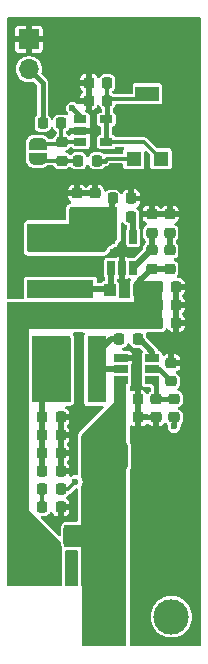
<source format=gbr>
%TF.GenerationSoftware,KiCad,Pcbnew,8.0.4*%
%TF.CreationDate,2024-09-22T15:29:47+02:00*%
%TF.ProjectId,dc_64a,64635f36-3461-42e6-9b69-6361645f7063,rev?*%
%TF.SameCoordinates,Original*%
%TF.FileFunction,Copper,L1,Top*%
%TF.FilePolarity,Positive*%
%FSLAX46Y46*%
G04 Gerber Fmt 4.6, Leading zero omitted, Abs format (unit mm)*
G04 Created by KiCad (PCBNEW 8.0.4) date 2024-09-22 15:29:47*
%MOMM*%
%LPD*%
G01*
G04 APERTURE LIST*
G04 Aperture macros list*
%AMRoundRect*
0 Rectangle with rounded corners*
0 $1 Rounding radius*
0 $2 $3 $4 $5 $6 $7 $8 $9 X,Y pos of 4 corners*
0 Add a 4 corners polygon primitive as box body*
4,1,4,$2,$3,$4,$5,$6,$7,$8,$9,$2,$3,0*
0 Add four circle primitives for the rounded corners*
1,1,$1+$1,$2,$3*
1,1,$1+$1,$4,$5*
1,1,$1+$1,$6,$7*
1,1,$1+$1,$8,$9*
0 Add four rect primitives between the rounded corners*
20,1,$1+$1,$2,$3,$4,$5,0*
20,1,$1+$1,$4,$5,$6,$7,0*
20,1,$1+$1,$6,$7,$8,$9,0*
20,1,$1+$1,$8,$9,$2,$3,0*%
%AMFreePoly0*
4,1,19,0.500000,-0.750000,0.000000,-0.750000,0.000000,-0.744911,-0.071157,-0.744911,-0.207708,-0.704816,-0.327430,-0.627875,-0.420627,-0.520320,-0.479746,-0.390866,-0.500000,-0.250000,-0.500000,0.250000,-0.479746,0.390866,-0.420627,0.520320,-0.327430,0.627875,-0.207708,0.704816,-0.071157,0.744911,0.000000,0.744911,0.000000,0.750000,0.500000,0.750000,0.500000,-0.750000,0.500000,-0.750000,
$1*%
%AMFreePoly1*
4,1,19,0.000000,0.744911,0.071157,0.744911,0.207708,0.704816,0.327430,0.627875,0.420627,0.520320,0.479746,0.390866,0.500000,0.250000,0.500000,-0.250000,0.479746,-0.390866,0.420627,-0.520320,0.327430,-0.627875,0.207708,-0.704816,0.071157,-0.744911,0.000000,-0.744911,0.000000,-0.750000,-0.500000,-0.750000,-0.500000,0.750000,0.000000,0.750000,0.000000,0.744911,0.000000,0.744911,
$1*%
G04 Aperture macros list end*
%TA.AperFunction,SMDPad,CuDef*%
%ADD10RoundRect,0.218750X-0.218750X-0.256250X0.218750X-0.256250X0.218750X0.256250X-0.218750X0.256250X0*%
%TD*%
%TA.AperFunction,SMDPad,CuDef*%
%ADD11R,1.220000X0.650000*%
%TD*%
%TA.AperFunction,SMDPad,CuDef*%
%ADD12RoundRect,0.218750X0.256250X-0.218750X0.256250X0.218750X-0.256250X0.218750X-0.256250X-0.218750X0*%
%TD*%
%TA.AperFunction,SMDPad,CuDef*%
%ADD13RoundRect,0.218750X0.218750X0.256250X-0.218750X0.256250X-0.218750X-0.256250X0.218750X-0.256250X0*%
%TD*%
%TA.AperFunction,SMDPad,CuDef*%
%ADD14RoundRect,0.250000X-1.825000X-0.700000X1.825000X-0.700000X1.825000X0.700000X-1.825000X0.700000X0*%
%TD*%
%TA.AperFunction,SMDPad,CuDef*%
%ADD15RoundRect,0.218750X-0.256250X0.218750X-0.256250X-0.218750X0.256250X-0.218750X0.256250X0.218750X0*%
%TD*%
%TA.AperFunction,SMDPad,CuDef*%
%ADD16R,1.600000X5.700000*%
%TD*%
%TA.AperFunction,SMDPad,CuDef*%
%ADD17FreePoly0,270.000000*%
%TD*%
%TA.AperFunction,SMDPad,CuDef*%
%ADD18FreePoly1,270.000000*%
%TD*%
%TA.AperFunction,SMDPad,CuDef*%
%ADD19R,1.000000X1.000000*%
%TD*%
%TA.AperFunction,SMDPad,CuDef*%
%ADD20R,5.700000X1.600000*%
%TD*%
%TA.AperFunction,ComponentPad*%
%ADD21C,3.000000*%
%TD*%
%TA.AperFunction,ComponentPad*%
%ADD22R,1.700000X1.700000*%
%TD*%
%TA.AperFunction,ComponentPad*%
%ADD23O,1.700000X1.700000*%
%TD*%
%TA.AperFunction,SMDPad,CuDef*%
%ADD24RoundRect,0.250000X-1.000000X-0.900000X1.000000X-0.900000X1.000000X0.900000X-1.000000X0.900000X0*%
%TD*%
%TA.AperFunction,SMDPad,CuDef*%
%ADD25R,1.300000X1.300000*%
%TD*%
%TA.AperFunction,SMDPad,CuDef*%
%ADD26R,2.000000X1.300000*%
%TD*%
%TA.AperFunction,SMDPad,CuDef*%
%ADD27R,0.650000X1.220000*%
%TD*%
%TA.AperFunction,ComponentPad*%
%ADD28C,2.500000*%
%TD*%
%TA.AperFunction,SMDPad,CuDef*%
%ADD29R,1.060000X0.650000*%
%TD*%
%TA.AperFunction,ViaPad*%
%ADD30C,0.600000*%
%TD*%
%TA.AperFunction,Conductor*%
%ADD31C,0.400000*%
%TD*%
%TA.AperFunction,Conductor*%
%ADD32C,0.300000*%
%TD*%
%TA.AperFunction,Conductor*%
%ADD33C,0.500000*%
%TD*%
G04 APERTURE END LIST*
D10*
X101041000Y-65405000D03*
X102616000Y-65405000D03*
X97536000Y-45212000D03*
X99111000Y-45212000D03*
X94462500Y-66929000D03*
X96037500Y-66929000D03*
D11*
X101147000Y-61915000D03*
X101147000Y-62865000D03*
X101147000Y-63815000D03*
X103767000Y-63815000D03*
X103767000Y-62865000D03*
X103767000Y-61915000D03*
D12*
X104114500Y-66954500D03*
X104114500Y-65379500D03*
D10*
X104241500Y-57429500D03*
X105816500Y-57429500D03*
D13*
X101986500Y-49961800D03*
X100411500Y-49961800D03*
D10*
X94462500Y-69977000D03*
X96037500Y-69977000D03*
D14*
X98379000Y-76962000D03*
X105329000Y-76962000D03*
D15*
X103739000Y-49758500D03*
X103739000Y-51333500D03*
X103739000Y-52806500D03*
X103739000Y-54381500D03*
D16*
X99092000Y-62865000D03*
X94392000Y-62865000D03*
D12*
X97409000Y-49555500D03*
X97409000Y-47980500D03*
D13*
X99974500Y-40132000D03*
X98399500Y-40132000D03*
D10*
X104241500Y-55905500D03*
X105816500Y-55905500D03*
D17*
X94081250Y-43774500D03*
D18*
X94081250Y-45074500D03*
D19*
X102703000Y-56159400D03*
X100203000Y-56159400D03*
D15*
X105638500Y-65379500D03*
X105638500Y-66954500D03*
D20*
X96012000Y-51371000D03*
X96012000Y-56071000D03*
D21*
X93980000Y-78740000D03*
D15*
X105283000Y-52806500D03*
X105283000Y-54381500D03*
D10*
X101041000Y-66929000D03*
X102616000Y-66929000D03*
X104241500Y-58953500D03*
X105816500Y-58953500D03*
X94462500Y-73025000D03*
X96037500Y-73025000D03*
D22*
X93345000Y-34920000D03*
D23*
X93345000Y-37460000D03*
D24*
X100457000Y-70231000D03*
X104757000Y-70231000D03*
D10*
X101009000Y-60325000D03*
X102584000Y-60325000D03*
D12*
X105384500Y-63906500D03*
X105384500Y-62331500D03*
D10*
X94462500Y-68453000D03*
X96037500Y-68453000D03*
D25*
X102228000Y-45041000D03*
D26*
X103378000Y-39541000D03*
D25*
X104528000Y-45041000D03*
D10*
X94462500Y-71501000D03*
X96037500Y-71501000D03*
D27*
X100269000Y-54294500D03*
X101219000Y-54294500D03*
X102169000Y-54294500D03*
X102169000Y-51674500D03*
X100269000Y-51674500D03*
D15*
X105283000Y-49758500D03*
X105283000Y-51333500D03*
D12*
X98933000Y-49555500D03*
X98933000Y-47980500D03*
D13*
X96080500Y-42037000D03*
X94505500Y-42037000D03*
D21*
X105410000Y-83820000D03*
D28*
X99695000Y-83820000D03*
D15*
X96113250Y-43637000D03*
X96113250Y-45212000D03*
D10*
X94462500Y-74549000D03*
X96037500Y-74549000D03*
D28*
X99695000Y-35560000D03*
D13*
X99974500Y-38608000D03*
X98399500Y-38608000D03*
D10*
X100431500Y-48412500D03*
X102006500Y-48412500D03*
D29*
X97706000Y-41722000D03*
X97706000Y-42672000D03*
X97706000Y-43622000D03*
X99906000Y-43622000D03*
X99906000Y-41722000D03*
D30*
X106637000Y-41275000D03*
X101346000Y-55651500D03*
X102743000Y-76581000D03*
X107061000Y-79883000D03*
X102463500Y-62230000D03*
X96520000Y-38608000D03*
X105283000Y-48666500D03*
X92202000Y-50800000D03*
X106172000Y-37846000D03*
X100457000Y-52984500D03*
X94107000Y-47625000D03*
X106934000Y-55905500D03*
X105384500Y-61214000D03*
X104521000Y-46355000D03*
X97028000Y-54102000D03*
X107188000Y-51968500D03*
X96901000Y-78867000D03*
X96901000Y-66929000D03*
X96901000Y-80391000D03*
X101981000Y-47498000D03*
X102463500Y-62992000D03*
X102997000Y-70993000D03*
X95631000Y-75946000D03*
X96901000Y-74549000D03*
X95758000Y-49530000D03*
X102616000Y-68072000D03*
X96901000Y-71501000D03*
X102870000Y-80645000D03*
X98933000Y-47117000D03*
X106299000Y-49809500D03*
X96901000Y-68453000D03*
X96901000Y-69977000D03*
X96647000Y-36195000D03*
X102997000Y-70231000D03*
X92159000Y-44831000D03*
X102463500Y-61468000D03*
X97409000Y-47117000D03*
X107061000Y-71374000D03*
X106553000Y-34290000D03*
X93345000Y-49022000D03*
X101219000Y-52984500D03*
X102997000Y-69469000D03*
X106934000Y-57429500D03*
X106934000Y-58953500D03*
X106807000Y-46736000D03*
X106934000Y-55143500D03*
X106934000Y-58191500D03*
X93175000Y-40386000D03*
X98806000Y-42672000D03*
X98171000Y-54102000D03*
X102870000Y-85471000D03*
X103124000Y-48412500D03*
X101600000Y-38354000D03*
X107061000Y-65659000D03*
X107061000Y-74549000D03*
X104140000Y-68072000D03*
X106934000Y-56667500D03*
X102997000Y-34417000D03*
X102743000Y-75819000D03*
X98298000Y-66675000D03*
X102743000Y-77343000D03*
X101981000Y-52984500D03*
X102743000Y-78105000D03*
X103378000Y-41656000D03*
X93726000Y-52578000D03*
X97536000Y-52578000D03*
X96012000Y-52578000D03*
X96774000Y-52578000D03*
X95250000Y-52578000D03*
X94488000Y-52578000D03*
X98298000Y-52578000D03*
X95631000Y-62103000D03*
X95631000Y-63627000D03*
X96393000Y-63627000D03*
X95631000Y-62865000D03*
X97282000Y-72390000D03*
X96393000Y-60579000D03*
X97028000Y-40767000D03*
X95631000Y-60579000D03*
X95631000Y-64389000D03*
X105638500Y-67691000D03*
X96393000Y-62865000D03*
X95631000Y-65151000D03*
X96393000Y-62103000D03*
X96393000Y-65151000D03*
X95631000Y-61341000D03*
X96393000Y-61341000D03*
X96393000Y-64389000D03*
D31*
X102616000Y-66929000D02*
X102616000Y-65405000D01*
D32*
X97706000Y-42672000D02*
X98806000Y-42672000D01*
D31*
X103767000Y-62865000D02*
X104343000Y-62865000D01*
X104343000Y-62865000D02*
X105384500Y-63906500D01*
D33*
X99092000Y-61531000D02*
X99092000Y-62865000D01*
X101147000Y-62865000D02*
X99092000Y-62865000D01*
X100298000Y-60325000D02*
X99092000Y-61531000D01*
X101009000Y-60325000D02*
X100298000Y-60325000D01*
X103767000Y-61381000D02*
X103767000Y-61915000D01*
X102711000Y-60325000D02*
X103767000Y-61381000D01*
X102584000Y-60325000D02*
X102711000Y-60325000D01*
X100269000Y-56093400D02*
X100203000Y-56159400D01*
X100269000Y-54294500D02*
X100269000Y-56093400D01*
X100114600Y-56071000D02*
X100203000Y-56159400D01*
X96012000Y-56071000D02*
X100114600Y-56071000D01*
D31*
X104114500Y-65379500D02*
X104114500Y-64162500D01*
X104114500Y-65379500D02*
X105638500Y-65379500D01*
X104114500Y-64162500D02*
X103767000Y-63815000D01*
D33*
X102169000Y-50144300D02*
X101986500Y-49961800D01*
X102169000Y-51674500D02*
X102169000Y-50144300D01*
X103739000Y-52806500D02*
X103739000Y-51333500D01*
X103657000Y-52806500D02*
X102169000Y-54294500D01*
X103739000Y-52806500D02*
X103657000Y-52806500D01*
D31*
X94505500Y-42037000D02*
X94505500Y-38620500D01*
X94505500Y-38620500D02*
X93345000Y-37460000D01*
D32*
X94462500Y-74549000D02*
X94462500Y-73025000D01*
D33*
X105283000Y-52806500D02*
X105283000Y-51333500D01*
X100411500Y-49961800D02*
X100411500Y-48432500D01*
X100269000Y-51674500D02*
X100243500Y-51649000D01*
X100411500Y-48432500D02*
X100431500Y-48412500D01*
X100983700Y-63978300D02*
X101147000Y-63815000D01*
X100269000Y-51674500D02*
X100269000Y-50800000D01*
X100411500Y-49961800D02*
X100411500Y-50657500D01*
X100411500Y-50657500D02*
X100269000Y-50800000D01*
X100243500Y-51649000D02*
X96290000Y-51649000D01*
X96290000Y-51649000D02*
X96012000Y-51371000D01*
X100983700Y-65405000D02*
X100983700Y-63978300D01*
X104241500Y-57429500D02*
X104241500Y-58953500D01*
X102703000Y-56159400D02*
X102703000Y-55417500D01*
X103739000Y-54381500D02*
X105283000Y-54381500D01*
X102703000Y-55417500D02*
X103739000Y-54381500D01*
X104241500Y-55905500D02*
X104241500Y-57429500D01*
X102768400Y-56159400D02*
X102703000Y-56159400D01*
X94462500Y-69977000D02*
X94462500Y-71501000D01*
X94462500Y-68453000D02*
X94462500Y-69977000D01*
X94462500Y-62935500D02*
X94392000Y-62865000D01*
D31*
X97706000Y-41722000D02*
X97706000Y-41445000D01*
D33*
X94462500Y-66929000D02*
X94462500Y-62935500D01*
D31*
X105638500Y-66954500D02*
X105638500Y-67691000D01*
D33*
X94462500Y-66929000D02*
X94462500Y-68453000D01*
D32*
X96037500Y-73025000D02*
X96647000Y-73025000D01*
X96647000Y-73025000D02*
X97282000Y-72390000D01*
D31*
X97706000Y-41445000D02*
X97028000Y-40767000D01*
D32*
X99974500Y-40132000D02*
X100101500Y-40005000D01*
X102914000Y-40005000D02*
X103378000Y-39541000D01*
X100101500Y-40005000D02*
X102914000Y-40005000D01*
X103109000Y-43622000D02*
X99906000Y-43622000D01*
D31*
X99974500Y-40132000D02*
X99974500Y-41653500D01*
X99906000Y-41722000D02*
X99906000Y-43622000D01*
X99974500Y-41653500D02*
X99906000Y-41722000D01*
D32*
X99974500Y-38608000D02*
X99974500Y-40132000D01*
X104528000Y-45041000D02*
X103109000Y-43622000D01*
X95975750Y-43774500D02*
X96113250Y-43637000D01*
X96128250Y-43622000D02*
X96113250Y-43637000D01*
X96080500Y-42037000D02*
X96080500Y-43604250D01*
X94081250Y-43774500D02*
X95975750Y-43774500D01*
X97706000Y-43622000D02*
X96128250Y-43622000D01*
X96080500Y-43604250D02*
X96113250Y-43637000D01*
X94218750Y-45212000D02*
X94081250Y-45074500D01*
X96113250Y-45212000D02*
X94218750Y-45212000D01*
X97536000Y-45212000D02*
X96113250Y-45212000D01*
D31*
X99111000Y-45212000D02*
X99749000Y-45212000D01*
D32*
X102228000Y-45041000D02*
X99920000Y-45041000D01*
X99920000Y-45041000D02*
X99749000Y-45212000D01*
%TA.AperFunction,Conductor*%
G36*
X104591039Y-55417185D02*
G01*
X104636794Y-55469989D01*
X104648000Y-55521500D01*
X104648000Y-59312000D01*
X104628315Y-59379039D01*
X104575511Y-59424794D01*
X104524000Y-59436000D01*
X93345000Y-59436000D01*
X93345000Y-57171499D01*
X98906864Y-57171499D01*
X98906879Y-57171497D01*
X98906882Y-57171497D01*
X98931987Y-57168586D01*
X98931988Y-57168585D01*
X98931991Y-57168585D01*
X98948703Y-57161206D01*
X98950153Y-57160566D01*
X99000239Y-57150000D01*
X102235000Y-57150000D01*
X102235000Y-55521500D01*
X102254685Y-55454461D01*
X102307489Y-55408706D01*
X102359000Y-55397500D01*
X104524000Y-55397500D01*
X104591039Y-55417185D01*
G37*
%TD.AperFunction*%
%TA.AperFunction,Conductor*%
G36*
X100781039Y-49168685D02*
G01*
X100826794Y-49221489D01*
X100838000Y-49273000D01*
X100838000Y-51764637D01*
X100818315Y-51831676D01*
X100801681Y-51852318D01*
X100239674Y-52414324D01*
X100199450Y-52441202D01*
X100154159Y-52459963D01*
X100154158Y-52459964D01*
X100028718Y-52556218D01*
X99932464Y-52681658D01*
X99932463Y-52681659D01*
X99913702Y-52726950D01*
X99886825Y-52767174D01*
X99819000Y-52835000D01*
X99731317Y-52922682D01*
X99669997Y-52956166D01*
X99643638Y-52959000D01*
X93342000Y-52959000D01*
X93274961Y-52939315D01*
X93229206Y-52886511D01*
X93218000Y-52835000D01*
X93218000Y-50670000D01*
X93237685Y-50602961D01*
X93290489Y-50557206D01*
X93342000Y-50546000D01*
X96774000Y-50546000D01*
X96774000Y-49273000D01*
X96793685Y-49205961D01*
X96846489Y-49160206D01*
X96898000Y-49149000D01*
X100714000Y-49149000D01*
X100781039Y-49168685D01*
G37*
%TD.AperFunction*%
%TA.AperFunction,Conductor*%
G36*
X101543039Y-63519685D02*
G01*
X101588794Y-63572489D01*
X101600000Y-63624000D01*
X101600000Y-86210500D01*
X101580315Y-86277539D01*
X101527511Y-86323294D01*
X101476000Y-86334500D01*
X97939500Y-86334500D01*
X97872461Y-86314815D01*
X97826706Y-86262011D01*
X97815500Y-86210500D01*
X97815500Y-81269438D01*
X97806061Y-81246651D01*
X97807616Y-81246006D01*
X97792834Y-81218934D01*
X97790000Y-81192576D01*
X97790000Y-72754708D01*
X97804452Y-72700776D01*
X97803426Y-72700351D01*
X97835054Y-72623992D01*
X97867044Y-72546762D01*
X97887682Y-72390000D01*
X97867044Y-72233238D01*
X97806536Y-72087159D01*
X97806535Y-72087158D01*
X97803426Y-72079651D01*
X97804451Y-72079226D01*
X97790000Y-72025292D01*
X97790000Y-68504362D01*
X97809685Y-68437323D01*
X97826319Y-68416681D01*
X100584000Y-65659000D01*
X100584000Y-63624000D01*
X100603685Y-63556961D01*
X100656489Y-63511206D01*
X100708000Y-63500000D01*
X101476000Y-63500000D01*
X101543039Y-63519685D01*
G37*
%TD.AperFunction*%
%TA.AperFunction,Conductor*%
G36*
X93345000Y-59436000D02*
G01*
X93345000Y-59960518D01*
X93342617Y-59984711D01*
X93341500Y-59990326D01*
X93341500Y-65739672D01*
X93342617Y-65745287D01*
X93345000Y-65769482D01*
X93345000Y-74803000D01*
X96017181Y-77475181D01*
X96050666Y-77536504D01*
X96053500Y-77562861D01*
X96053500Y-77709869D01*
X96053501Y-77709876D01*
X96059908Y-77769483D01*
X96110202Y-77904327D01*
X96110203Y-77904328D01*
X96110204Y-77904331D01*
X96114265Y-77909755D01*
X96138684Y-77975216D01*
X96139000Y-77984068D01*
X96139000Y-81130500D01*
X96119315Y-81197539D01*
X96066511Y-81243294D01*
X96015000Y-81254500D01*
X91589500Y-81254500D01*
X91522461Y-81234815D01*
X91476706Y-81182011D01*
X91465500Y-81130500D01*
X91465500Y-57274000D01*
X91485185Y-57206961D01*
X91537989Y-57161206D01*
X91589500Y-57150000D01*
X93345000Y-57150000D01*
X93345000Y-59436000D01*
G37*
%TD.AperFunction*%
%TA.AperFunction,Conductor*%
G36*
X96812039Y-60090685D02*
G01*
X96857794Y-60143489D01*
X96869000Y-60195000D01*
X96869000Y-65535000D01*
X96849315Y-65602039D01*
X96796511Y-65647794D01*
X96745000Y-65659000D01*
X93771000Y-65659000D01*
X93703961Y-65639315D01*
X93658206Y-65586511D01*
X93647000Y-65535000D01*
X93647000Y-60195000D01*
X93666685Y-60127961D01*
X93719489Y-60082206D01*
X93771000Y-60071000D01*
X96745000Y-60071000D01*
X96812039Y-60090685D01*
G37*
%TD.AperFunction*%
%TA.AperFunction,Conductor*%
G36*
X106934000Y-71755000D02*
G01*
X102362000Y-71755000D01*
X102362000Y-68707000D01*
X106934000Y-68707000D01*
X106934000Y-71755000D01*
G37*
%TD.AperFunction*%
%TA.AperFunction,Conductor*%
G36*
X101727000Y-37719000D02*
G01*
X97663000Y-37719000D01*
X97663000Y-33045500D01*
X101727000Y-33045500D01*
X101727000Y-37719000D01*
G37*
%TD.AperFunction*%
%TA.AperFunction,Conductor*%
G36*
X97663000Y-37719000D02*
G01*
X101727000Y-37719000D01*
X101727000Y-33045500D01*
X107800500Y-33045500D01*
X107867539Y-33065185D01*
X107913294Y-33117989D01*
X107924500Y-33169500D01*
X107924500Y-75438000D01*
X102235000Y-75438000D01*
X102235000Y-78486000D01*
X107924500Y-78486000D01*
X107924500Y-86210500D01*
X107904815Y-86277539D01*
X107852011Y-86323294D01*
X107800500Y-86334500D01*
X102029500Y-86334500D01*
X101962461Y-86314815D01*
X101916706Y-86262011D01*
X101905500Y-86210500D01*
X101905500Y-83819995D01*
X103654592Y-83819995D01*
X103654592Y-83820004D01*
X103674196Y-84081620D01*
X103674197Y-84081625D01*
X103732576Y-84337402D01*
X103732578Y-84337411D01*
X103732580Y-84337416D01*
X103828432Y-84581643D01*
X103959614Y-84808857D01*
X104091736Y-84974533D01*
X104123198Y-85013985D01*
X104304753Y-85182441D01*
X104315521Y-85192433D01*
X104532296Y-85340228D01*
X104532301Y-85340230D01*
X104532302Y-85340231D01*
X104532303Y-85340232D01*
X104657843Y-85400688D01*
X104768673Y-85454061D01*
X104768674Y-85454061D01*
X104768677Y-85454063D01*
X105019385Y-85531396D01*
X105278818Y-85570500D01*
X105541182Y-85570500D01*
X105800615Y-85531396D01*
X106051323Y-85454063D01*
X106287704Y-85340228D01*
X106504479Y-85192433D01*
X106696805Y-85013981D01*
X106860386Y-84808857D01*
X106991568Y-84581643D01*
X107087420Y-84337416D01*
X107145802Y-84081630D01*
X107165408Y-83820000D01*
X107145802Y-83558370D01*
X107087420Y-83302584D01*
X106991568Y-83058357D01*
X106860386Y-82831143D01*
X106696805Y-82626019D01*
X106696804Y-82626018D01*
X106696801Y-82626014D01*
X106504479Y-82447567D01*
X106287704Y-82299772D01*
X106287700Y-82299770D01*
X106287697Y-82299768D01*
X106287696Y-82299767D01*
X106051325Y-82185938D01*
X106051327Y-82185938D01*
X105800623Y-82108606D01*
X105800619Y-82108605D01*
X105800615Y-82108604D01*
X105675823Y-82089794D01*
X105541187Y-82069500D01*
X105541182Y-82069500D01*
X105278818Y-82069500D01*
X105278812Y-82069500D01*
X105117247Y-82093853D01*
X105019385Y-82108604D01*
X105019382Y-82108605D01*
X105019376Y-82108606D01*
X104768673Y-82185938D01*
X104532303Y-82299767D01*
X104532302Y-82299768D01*
X104315520Y-82447567D01*
X104123198Y-82626014D01*
X103959614Y-82831143D01*
X103828432Y-83058356D01*
X103732582Y-83302578D01*
X103732576Y-83302597D01*
X103674197Y-83558374D01*
X103674196Y-83558379D01*
X103654592Y-83819995D01*
X101905500Y-83819995D01*
X101905500Y-71755000D01*
X102362000Y-71755000D01*
X106934000Y-71755000D01*
X106934000Y-68707000D01*
X102362000Y-68707000D01*
X102362000Y-71755000D01*
X101905500Y-71755000D01*
X101905500Y-71383090D01*
X101913318Y-71339756D01*
X101946422Y-71251000D01*
X101951091Y-71238483D01*
X101957500Y-71178873D01*
X101957499Y-69283128D01*
X101951091Y-69223517D01*
X101913318Y-69122242D01*
X101905500Y-69078909D01*
X101905500Y-67713035D01*
X101925185Y-67645996D01*
X101977989Y-67600241D01*
X102047147Y-67590297D01*
X102104426Y-67614232D01*
X102140613Y-67641674D01*
X102273275Y-67693989D01*
X102356644Y-67704000D01*
X102366000Y-67704000D01*
X102866000Y-67704000D01*
X102875356Y-67704000D01*
X102958724Y-67693989D01*
X103091386Y-67641674D01*
X103205009Y-67555511D01*
X103252244Y-67493221D01*
X103308436Y-67451697D01*
X103378157Y-67447144D01*
X103439272Y-67481009D01*
X103449853Y-67493219D01*
X103487991Y-67543511D01*
X103601613Y-67629674D01*
X103734275Y-67681989D01*
X103817644Y-67692000D01*
X103864500Y-67692000D01*
X103864500Y-67204500D01*
X103373362Y-67204500D01*
X103306323Y-67184815D01*
X103299107Y-67179000D01*
X102866000Y-67179000D01*
X102866000Y-67704000D01*
X102366000Y-67704000D01*
X102366000Y-64630000D01*
X102356644Y-64630000D01*
X102273275Y-64640010D01*
X102140613Y-64692325D01*
X102104425Y-64719768D01*
X102039113Y-64744591D01*
X101970749Y-64730163D01*
X101921038Y-64681065D01*
X101905500Y-64620964D01*
X101905500Y-64404065D01*
X101925185Y-64337026D01*
X101933621Y-64326556D01*
X101937599Y-64320602D01*
X101937601Y-64320601D01*
X101992966Y-64237740D01*
X102007500Y-64164674D01*
X102007500Y-63465326D01*
X102007500Y-63465323D01*
X102007499Y-63465321D01*
X101992968Y-63392267D01*
X101992966Y-63392264D01*
X101992966Y-63392260D01*
X101992963Y-63392256D01*
X101990977Y-63387461D01*
X101983504Y-63317992D01*
X101990977Y-63292539D01*
X101992962Y-63287745D01*
X101992966Y-63287740D01*
X102007500Y-63214674D01*
X102007500Y-62515326D01*
X102001440Y-62484861D01*
X102007666Y-62415272D01*
X102009623Y-62410583D01*
X102054089Y-62309877D01*
X102054089Y-62309875D01*
X102056999Y-62284794D01*
X102057000Y-62284791D01*
X102057000Y-62165000D01*
X101021000Y-62165000D01*
X100953961Y-62145315D01*
X100908206Y-62092511D01*
X100897000Y-62041000D01*
X100897000Y-61789000D01*
X100916685Y-61721961D01*
X100969489Y-61676206D01*
X101021000Y-61665000D01*
X102056999Y-61665000D01*
X102056999Y-61545214D01*
X102056997Y-61545191D01*
X102054091Y-61520130D01*
X102054090Y-61520126D01*
X102008788Y-61417525D01*
X102008785Y-61417520D01*
X101929479Y-61338214D01*
X101929474Y-61338211D01*
X101826876Y-61292910D01*
X101801794Y-61290000D01*
X101353513Y-61290000D01*
X101286474Y-61270315D01*
X101240719Y-61217511D01*
X101230775Y-61148353D01*
X101259800Y-61084797D01*
X101318578Y-61047023D01*
X101325008Y-61045321D01*
X101328513Y-61044491D01*
X101328522Y-61044491D01*
X101454950Y-60997336D01*
X101562972Y-60916472D01*
X101643836Y-60808450D01*
X101680318Y-60710638D01*
X101722189Y-60654704D01*
X101787653Y-60630287D01*
X101855926Y-60645139D01*
X101905332Y-60694544D01*
X101912682Y-60710638D01*
X101949162Y-60808447D01*
X101949164Y-60808450D01*
X102030028Y-60916472D01*
X102115560Y-60980500D01*
X102138049Y-60997335D01*
X102138052Y-60997337D01*
X102264475Y-61044490D01*
X102264478Y-61044491D01*
X102291657Y-61047413D01*
X102320355Y-61050499D01*
X102320370Y-61050500D01*
X102677324Y-61050500D01*
X102744363Y-61070185D01*
X102765005Y-61086819D01*
X102948975Y-61270789D01*
X102982460Y-61332112D01*
X102977476Y-61401804D01*
X102964398Y-61427359D01*
X102921033Y-61492261D01*
X102921032Y-61492264D01*
X102906500Y-61565321D01*
X102906500Y-61565326D01*
X102906500Y-62264674D01*
X102906500Y-62264676D01*
X102906499Y-62264676D01*
X102921033Y-62337740D01*
X102923025Y-62342548D01*
X102930494Y-62412017D01*
X102923025Y-62437452D01*
X102921033Y-62442259D01*
X102906500Y-62515323D01*
X102906500Y-62515326D01*
X102906500Y-63214674D01*
X102906500Y-63214676D01*
X102906499Y-63214676D01*
X102921033Y-63287740D01*
X102923025Y-63292548D01*
X102930494Y-63362017D01*
X102923025Y-63387452D01*
X102921033Y-63392259D01*
X102906500Y-63465323D01*
X102906500Y-64164678D01*
X102921032Y-64237735D01*
X102921033Y-64237739D01*
X102921034Y-64237740D01*
X102976399Y-64320601D01*
X103059260Y-64375966D01*
X103059264Y-64375967D01*
X103132321Y-64390499D01*
X103132324Y-64390500D01*
X103132326Y-64390500D01*
X103540000Y-64390500D01*
X103607039Y-64410185D01*
X103652794Y-64462989D01*
X103664000Y-64514500D01*
X103664000Y-64657927D01*
X103644315Y-64724966D01*
X103614311Y-64757194D01*
X103523027Y-64825528D01*
X103481392Y-64881146D01*
X103425458Y-64923016D01*
X103355766Y-64928000D01*
X103294444Y-64894514D01*
X103283322Y-64881759D01*
X103205010Y-64778489D01*
X103091386Y-64692325D01*
X102958724Y-64640010D01*
X102875356Y-64630000D01*
X102866000Y-64630000D01*
X102866000Y-66679000D01*
X103319638Y-66679000D01*
X103386677Y-66698685D01*
X103393893Y-66704500D01*
X104240500Y-66704500D01*
X104307539Y-66724185D01*
X104353294Y-66776989D01*
X104364500Y-66828500D01*
X104364500Y-67692000D01*
X104411356Y-67692000D01*
X104494724Y-67681989D01*
X104627386Y-67629674D01*
X104741010Y-67543510D01*
X104808763Y-67454164D01*
X104864955Y-67412641D01*
X104934676Y-67408089D01*
X104995791Y-67441953D01*
X105006834Y-67454779D01*
X105047028Y-67508472D01*
X105053300Y-67514744D01*
X105051580Y-67516463D01*
X105085645Y-67561972D01*
X105092401Y-67621487D01*
X105083250Y-67690998D01*
X105083250Y-67691000D01*
X105102170Y-67834708D01*
X105102171Y-67834712D01*
X105157637Y-67968622D01*
X105157638Y-67968624D01*
X105157639Y-67968625D01*
X105245879Y-68083621D01*
X105360875Y-68171861D01*
X105494791Y-68227330D01*
X105621780Y-68244048D01*
X105638499Y-68246250D01*
X105638500Y-68246250D01*
X105638501Y-68246250D01*
X105653477Y-68244278D01*
X105782209Y-68227330D01*
X105916125Y-68171861D01*
X106031121Y-68083621D01*
X106119361Y-67968625D01*
X106174830Y-67834709D01*
X106193750Y-67691000D01*
X106184598Y-67621487D01*
X106195363Y-67552454D01*
X106225035Y-67516080D01*
X106223700Y-67514745D01*
X106229971Y-67508473D01*
X106310833Y-67400454D01*
X106310832Y-67400454D01*
X106310836Y-67400450D01*
X106357991Y-67274022D01*
X106362710Y-67230130D01*
X106363999Y-67218144D01*
X106364000Y-67218129D01*
X106364000Y-66690870D01*
X106363999Y-66690855D01*
X106361145Y-66664318D01*
X106357991Y-66634978D01*
X106355340Y-66627870D01*
X106310837Y-66508552D01*
X106310835Y-66508549D01*
X106284154Y-66472907D01*
X106229972Y-66400528D01*
X106121950Y-66319664D01*
X106121947Y-66319662D01*
X106024138Y-66283182D01*
X105968204Y-66241311D01*
X105943787Y-66175847D01*
X105958639Y-66107574D01*
X106008044Y-66058168D01*
X106024138Y-66050818D01*
X106087846Y-66027056D01*
X106121950Y-66014336D01*
X106229972Y-65933472D01*
X106310836Y-65825450D01*
X106357991Y-65699022D01*
X106361646Y-65665023D01*
X106363999Y-65643144D01*
X106364000Y-65643129D01*
X106364000Y-65115870D01*
X106363999Y-65115855D01*
X106361145Y-65089318D01*
X106357991Y-65059978D01*
X106310836Y-64933550D01*
X106229972Y-64825528D01*
X106121950Y-64744664D01*
X106121947Y-64744662D01*
X105988255Y-64694798D01*
X105988959Y-64692909D01*
X105937391Y-64663540D01*
X105905011Y-64601626D01*
X105911244Y-64532035D01*
X105952319Y-64478178D01*
X105975972Y-64460472D01*
X106056836Y-64352450D01*
X106103991Y-64226022D01*
X106107646Y-64192023D01*
X106109999Y-64170144D01*
X106110000Y-64170129D01*
X106110000Y-63642870D01*
X106109999Y-63642855D01*
X106107145Y-63616318D01*
X106103991Y-63586978D01*
X106097047Y-63568361D01*
X106056837Y-63460552D01*
X106056835Y-63460549D01*
X105975972Y-63352528D01*
X105867950Y-63271664D01*
X105867947Y-63271662D01*
X105840590Y-63261459D01*
X105784656Y-63219588D01*
X105760239Y-63154124D01*
X105775090Y-63085851D01*
X105824496Y-63036445D01*
X105838434Y-63029922D01*
X105897385Y-63006675D01*
X106011010Y-62920510D01*
X106097174Y-62806886D01*
X106149489Y-62674224D01*
X106159500Y-62590855D01*
X106159500Y-62581500D01*
X105258500Y-62581500D01*
X105191461Y-62561815D01*
X105145706Y-62509011D01*
X105134500Y-62457500D01*
X105134500Y-62081500D01*
X105634500Y-62081500D01*
X106159500Y-62081500D01*
X106159500Y-62072144D01*
X106149489Y-61988775D01*
X106097174Y-61856113D01*
X106011010Y-61742489D01*
X105897386Y-61656325D01*
X105764724Y-61604010D01*
X105681356Y-61594000D01*
X105634500Y-61594000D01*
X105634500Y-62081500D01*
X105134500Y-62081500D01*
X105134500Y-61594000D01*
X105087644Y-61594000D01*
X105004275Y-61604010D01*
X104871613Y-61656325D01*
X104826425Y-61690593D01*
X104761113Y-61715416D01*
X104692749Y-61700988D01*
X104643039Y-61651890D01*
X104627500Y-61591789D01*
X104627500Y-61565323D01*
X104627499Y-61565321D01*
X104612967Y-61492264D01*
X104612966Y-61492260D01*
X104557601Y-61409399D01*
X104474740Y-61354034D01*
X104474739Y-61354033D01*
X104474735Y-61354032D01*
X104401677Y-61339500D01*
X104401674Y-61339500D01*
X104369184Y-61339500D01*
X104302145Y-61319815D01*
X104256390Y-61267011D01*
X104249411Y-61247599D01*
X104233392Y-61187814D01*
X104167500Y-61073686D01*
X104074314Y-60980500D01*
X103308319Y-60214505D01*
X103274834Y-60153182D01*
X103272000Y-60126824D01*
X103272000Y-60023870D01*
X103271999Y-60023855D01*
X103269145Y-59997318D01*
X103265991Y-59967978D01*
X103265990Y-59967975D01*
X103243932Y-59908833D01*
X103238948Y-59839141D01*
X103272433Y-59777818D01*
X103333757Y-59744334D01*
X103360114Y-59741500D01*
X104523990Y-59741500D01*
X104524000Y-59741500D01*
X104588941Y-59734518D01*
X104640452Y-59723312D01*
X104678658Y-59712354D01*
X104775571Y-59655675D01*
X104828375Y-59609920D01*
X104828382Y-59609912D01*
X104828387Y-59609908D01*
X104870548Y-59565192D01*
X104870553Y-59565187D01*
X104920481Y-59466994D01*
X104968412Y-59416160D01*
X105036219Y-59399307D01*
X105102372Y-59421789D01*
X105139098Y-59462425D01*
X105141324Y-59466384D01*
X105227489Y-59580010D01*
X105341113Y-59666174D01*
X105473775Y-59718489D01*
X105557144Y-59728500D01*
X105566500Y-59728500D01*
X106066500Y-59728500D01*
X106075856Y-59728500D01*
X106159224Y-59718489D01*
X106291886Y-59666174D01*
X106405510Y-59580010D01*
X106491674Y-59466386D01*
X106543989Y-59333724D01*
X106554000Y-59250355D01*
X106554000Y-59203500D01*
X106066500Y-59203500D01*
X106066500Y-59728500D01*
X105566500Y-59728500D01*
X105566500Y-58703500D01*
X106066500Y-58703500D01*
X106554000Y-58703500D01*
X106554000Y-58656644D01*
X106543989Y-58573275D01*
X106491674Y-58440613D01*
X106405510Y-58326989D01*
X106357133Y-58290304D01*
X106315609Y-58234111D01*
X106311058Y-58164390D01*
X106344923Y-58103276D01*
X106357133Y-58092696D01*
X106405510Y-58056010D01*
X106491674Y-57942386D01*
X106543989Y-57809724D01*
X106554000Y-57726355D01*
X106554000Y-57679500D01*
X106066500Y-57679500D01*
X106066500Y-58703500D01*
X105566500Y-58703500D01*
X105566500Y-57179500D01*
X106066500Y-57179500D01*
X106554000Y-57179500D01*
X106554000Y-57132644D01*
X106543989Y-57049275D01*
X106491674Y-56916613D01*
X106405510Y-56802989D01*
X106357133Y-56766304D01*
X106315609Y-56710111D01*
X106311058Y-56640390D01*
X106344923Y-56579276D01*
X106357133Y-56568696D01*
X106405510Y-56532010D01*
X106491674Y-56418386D01*
X106543989Y-56285724D01*
X106554000Y-56202355D01*
X106554000Y-56155500D01*
X106066500Y-56155500D01*
X106066500Y-57179500D01*
X105566500Y-57179500D01*
X105566500Y-55779500D01*
X105586185Y-55712461D01*
X105638989Y-55666706D01*
X105690500Y-55655500D01*
X106554000Y-55655500D01*
X106554000Y-55608644D01*
X106543989Y-55525275D01*
X106491674Y-55392613D01*
X106405510Y-55278989D01*
X106291886Y-55192825D01*
X106159224Y-55140510D01*
X106075856Y-55130500D01*
X105976196Y-55130500D01*
X105909157Y-55110815D01*
X105863402Y-55058011D01*
X105853458Y-54988853D01*
X105876928Y-54932190D01*
X105955336Y-54827450D01*
X106002491Y-54701022D01*
X106006146Y-54667023D01*
X106008499Y-54645144D01*
X106008500Y-54645129D01*
X106008500Y-54117870D01*
X106008499Y-54117855D01*
X106005645Y-54091318D01*
X106002491Y-54061978D01*
X105955336Y-53935550D01*
X105874472Y-53827528D01*
X105766450Y-53746664D01*
X105766447Y-53746662D01*
X105668638Y-53710182D01*
X105612704Y-53668311D01*
X105588287Y-53602847D01*
X105603139Y-53534574D01*
X105652544Y-53485168D01*
X105668638Y-53477818D01*
X105766447Y-53441337D01*
X105766446Y-53441337D01*
X105766450Y-53441336D01*
X105874472Y-53360472D01*
X105955336Y-53252450D01*
X106002491Y-53126022D01*
X106006146Y-53092023D01*
X106008499Y-53070144D01*
X106008500Y-53070129D01*
X106008500Y-52542870D01*
X106008499Y-52542855D01*
X106005645Y-52516318D01*
X106002491Y-52486978D01*
X105963424Y-52382235D01*
X105955337Y-52360552D01*
X105955335Y-52360549D01*
X105874472Y-52252528D01*
X105874470Y-52252526D01*
X105874469Y-52252525D01*
X105833189Y-52221623D01*
X105791318Y-52165689D01*
X105783500Y-52122357D01*
X105783500Y-52017642D01*
X105803185Y-51950603D01*
X105833191Y-51918374D01*
X105874472Y-51887472D01*
X105955336Y-51779450D01*
X106002491Y-51653022D01*
X106006146Y-51619023D01*
X106008499Y-51597144D01*
X106008500Y-51597129D01*
X106008500Y-51069870D01*
X106008499Y-51069855D01*
X106005269Y-51039821D01*
X106002491Y-51013978D01*
X105962792Y-50907540D01*
X105955337Y-50887552D01*
X105955335Y-50887549D01*
X105950051Y-50880490D01*
X105874472Y-50779528D01*
X105766450Y-50698664D01*
X105766447Y-50698662D01*
X105739090Y-50688459D01*
X105683156Y-50646588D01*
X105658739Y-50581124D01*
X105673590Y-50512851D01*
X105722996Y-50463445D01*
X105736934Y-50456922D01*
X105795885Y-50433675D01*
X105909510Y-50347510D01*
X105995674Y-50233886D01*
X106047989Y-50101224D01*
X106058000Y-50017855D01*
X106058000Y-50008500D01*
X102964000Y-50008500D01*
X102964000Y-50017855D01*
X102974010Y-50101224D01*
X103026325Y-50233886D01*
X103112489Y-50347510D01*
X103226113Y-50433674D01*
X103285066Y-50456922D01*
X103340210Y-50499828D01*
X103363403Y-50565736D01*
X103347283Y-50633720D01*
X103296966Y-50682197D01*
X103282910Y-50688459D01*
X103255551Y-50698663D01*
X103255549Y-50698664D01*
X103147528Y-50779528D01*
X103066664Y-50887549D01*
X103066662Y-50887552D01*
X103019509Y-51013975D01*
X103013500Y-51069855D01*
X103013500Y-51597144D01*
X103019509Y-51653024D01*
X103066662Y-51779447D01*
X103066664Y-51779450D01*
X103147528Y-51887472D01*
X103187972Y-51917748D01*
X103188809Y-51918374D01*
X103230681Y-51974306D01*
X103238500Y-52017642D01*
X103238500Y-52122357D01*
X103218815Y-52189396D01*
X103188811Y-52221623D01*
X103147530Y-52252525D01*
X103066664Y-52360549D01*
X103066662Y-52360552D01*
X103019509Y-52486975D01*
X103013500Y-52542855D01*
X103013500Y-52690824D01*
X102993815Y-52757863D01*
X102977181Y-52778505D01*
X102358005Y-53397681D01*
X102296682Y-53431166D01*
X102270324Y-53434000D01*
X101819323Y-53434000D01*
X101788862Y-53440059D01*
X101719271Y-53433832D01*
X101714586Y-53431877D01*
X101613876Y-53387410D01*
X101588794Y-53384500D01*
X101469000Y-53384500D01*
X101469000Y-55204499D01*
X101588786Y-55204499D01*
X101588808Y-55204497D01*
X101613869Y-55201591D01*
X101714584Y-55157122D01*
X101783863Y-55148051D01*
X101788834Y-55148934D01*
X101819326Y-55155000D01*
X101867904Y-55155000D01*
X101934943Y-55174685D01*
X101980698Y-55227489D01*
X101990642Y-55296647D01*
X101978436Y-55335202D01*
X101961560Y-55368390D01*
X101941877Y-55435421D01*
X101941876Y-55435428D01*
X101932878Y-55498011D01*
X101929500Y-55521502D01*
X101929500Y-56720500D01*
X101909815Y-56787539D01*
X101857011Y-56833294D01*
X101805500Y-56844500D01*
X101072684Y-56844500D01*
X101005645Y-56824815D01*
X100959890Y-56772011D01*
X100949946Y-56702853D01*
X100951067Y-56696309D01*
X100953499Y-56684078D01*
X100953500Y-56684076D01*
X100953500Y-55634723D01*
X100953499Y-55634721D01*
X100938967Y-55561664D01*
X100938966Y-55561660D01*
X100883600Y-55478798D01*
X100824609Y-55439382D01*
X100779804Y-55385770D01*
X100769500Y-55336280D01*
X100769500Y-55328499D01*
X100789185Y-55261460D01*
X100841989Y-55215705D01*
X100893500Y-55204499D01*
X100968999Y-55204499D01*
X100969000Y-55204498D01*
X100969000Y-53384500D01*
X100849215Y-53384500D01*
X100849191Y-53384502D01*
X100824130Y-53387408D01*
X100824126Y-53387409D01*
X100723414Y-53431877D01*
X100654135Y-53440947D01*
X100649138Y-53440059D01*
X100618677Y-53434000D01*
X100618674Y-53434000D01*
X99919326Y-53434000D01*
X99918192Y-53434000D01*
X99851153Y-53414315D01*
X99840547Y-53402075D01*
X99824562Y-53452032D01*
X99790784Y-53485600D01*
X99763400Y-53503897D01*
X99708033Y-53586760D01*
X99708032Y-53586764D01*
X99693500Y-53659821D01*
X99693500Y-54929178D01*
X99708032Y-55002235D01*
X99708035Y-55002243D01*
X99747602Y-55061459D01*
X99768480Y-55128136D01*
X99768500Y-55130349D01*
X99768500Y-55289198D01*
X99748815Y-55356237D01*
X99696011Y-55401992D01*
X99668693Y-55410815D01*
X99605263Y-55423432D01*
X99605260Y-55423433D01*
X99522400Y-55478798D01*
X99522399Y-55478799D01*
X99497948Y-55515391D01*
X99444339Y-55560195D01*
X99394848Y-55570500D01*
X99236500Y-55570500D01*
X99169461Y-55550815D01*
X99123706Y-55498011D01*
X99112500Y-55446500D01*
X99112500Y-55246323D01*
X99112499Y-55246321D01*
X99097967Y-55173264D01*
X99097966Y-55173260D01*
X99081122Y-55148051D01*
X99042601Y-55090399D01*
X98959740Y-55035034D01*
X98959739Y-55035033D01*
X98959735Y-55035032D01*
X98886677Y-55020500D01*
X98886674Y-55020500D01*
X93137326Y-55020500D01*
X93137323Y-55020500D01*
X93064264Y-55035032D01*
X93064260Y-55035033D01*
X92981399Y-55090399D01*
X92926033Y-55173260D01*
X92926032Y-55173264D01*
X92911500Y-55246321D01*
X92911500Y-56770500D01*
X92891815Y-56837539D01*
X92839011Y-56883294D01*
X92787500Y-56894500D01*
X91589500Y-56894500D01*
X91522461Y-56874815D01*
X91476706Y-56822011D01*
X91465500Y-56770500D01*
X91465500Y-50546321D01*
X92911500Y-50546321D01*
X92911500Y-52195676D01*
X92911903Y-52199769D01*
X92912500Y-52211921D01*
X92912500Y-52835000D01*
X92913084Y-52840437D01*
X92919481Y-52899935D01*
X92919483Y-52899947D01*
X92930688Y-52951453D01*
X92941644Y-52989654D01*
X92941646Y-52989658D01*
X92998323Y-53086568D01*
X92998325Y-53086571D01*
X93044081Y-53139376D01*
X93044091Y-53139387D01*
X93088807Y-53181548D01*
X93088809Y-53181549D01*
X93088813Y-53181553D01*
X93188889Y-53232439D01*
X93255928Y-53252124D01*
X93342000Y-53264500D01*
X93342003Y-53264500D01*
X99643639Y-53264500D01*
X99646442Y-53264349D01*
X99676296Y-53262749D01*
X99702655Y-53259915D01*
X99707209Y-53259372D01*
X99776106Y-53270978D01*
X99796672Y-53289685D01*
X99824479Y-53228797D01*
X99858762Y-53201169D01*
X99877730Y-53190812D01*
X99947337Y-53138704D01*
X100035020Y-53051022D01*
X100035023Y-53051020D01*
X100102848Y-52983194D01*
X100140838Y-52936902D01*
X100167715Y-52896678D01*
X100195945Y-52843864D01*
X100195946Y-52843861D01*
X100197382Y-52841175D01*
X100197774Y-52841384D01*
X100208617Y-52823604D01*
X100236671Y-52787045D01*
X100259549Y-52764168D01*
X100296099Y-52736121D01*
X100313882Y-52725268D01*
X100313676Y-52724882D01*
X100369163Y-52695223D01*
X100369182Y-52695213D01*
X100409406Y-52668335D01*
X100455695Y-52630345D01*
X100514721Y-52571319D01*
X100576044Y-52537834D01*
X100602402Y-52535000D01*
X100618676Y-52535000D01*
X100618677Y-52534999D01*
X100691740Y-52520466D01*
X100774601Y-52465101D01*
X100829966Y-52382240D01*
X100844500Y-52309174D01*
X100844500Y-52292902D01*
X100864185Y-52225863D01*
X100880813Y-52205226D01*
X101017702Y-52068339D01*
X101039558Y-52044007D01*
X101056192Y-52023365D01*
X101060553Y-52017824D01*
X101111439Y-51917748D01*
X101131124Y-51850709D01*
X101143500Y-51764637D01*
X101143500Y-50539736D01*
X101163185Y-50472697D01*
X101215989Y-50426942D01*
X101285147Y-50416998D01*
X101348703Y-50446023D01*
X101366765Y-50465423D01*
X101432528Y-50553272D01*
X101540549Y-50634135D01*
X101540550Y-50634136D01*
X101587835Y-50651772D01*
X101643766Y-50693641D01*
X101668184Y-50759105D01*
X101668500Y-50767953D01*
X101668500Y-50838650D01*
X101648815Y-50905689D01*
X101647603Y-50907540D01*
X101608033Y-50966760D01*
X101608032Y-50966764D01*
X101593500Y-51039821D01*
X101593500Y-52309178D01*
X101608032Y-52382235D01*
X101608033Y-52382239D01*
X101608034Y-52382240D01*
X101663399Y-52465101D01*
X101746260Y-52520466D01*
X101746264Y-52520467D01*
X101819321Y-52534999D01*
X101819324Y-52535000D01*
X101819326Y-52535000D01*
X102518676Y-52535000D01*
X102518677Y-52534999D01*
X102591740Y-52520466D01*
X102674601Y-52465101D01*
X102729966Y-52382240D01*
X102744500Y-52309174D01*
X102744500Y-51039826D01*
X102744500Y-51039823D01*
X102744499Y-51039821D01*
X102729967Y-50966764D01*
X102729966Y-50966760D01*
X102690397Y-50907540D01*
X102669520Y-50840862D01*
X102669500Y-50838650D01*
X102669500Y-50316077D01*
X102670211Y-50302822D01*
X102672025Y-50285946D01*
X102674500Y-50262930D01*
X102674500Y-49660670D01*
X102674499Y-49660655D01*
X102671645Y-49634118D01*
X102668491Y-49604778D01*
X102668490Y-49604775D01*
X102629092Y-49499144D01*
X102964000Y-49499144D01*
X102964000Y-49508500D01*
X103489000Y-49508500D01*
X103989000Y-49508500D01*
X105033000Y-49508500D01*
X105533000Y-49508500D01*
X106058000Y-49508500D01*
X106058000Y-49499144D01*
X106047989Y-49415775D01*
X105995674Y-49283113D01*
X105909510Y-49169489D01*
X105795886Y-49083325D01*
X105663224Y-49031010D01*
X105579856Y-49021000D01*
X105533000Y-49021000D01*
X105533000Y-49508500D01*
X105033000Y-49508500D01*
X105033000Y-49021000D01*
X104986144Y-49021000D01*
X104902775Y-49031010D01*
X104770113Y-49083325D01*
X104656488Y-49169490D01*
X104609803Y-49231054D01*
X104553611Y-49272577D01*
X104483889Y-49277128D01*
X104422775Y-49243263D01*
X104412197Y-49231054D01*
X104365511Y-49169490D01*
X104251886Y-49083325D01*
X104119224Y-49031010D01*
X104035856Y-49021000D01*
X103989000Y-49021000D01*
X103989000Y-49508500D01*
X103489000Y-49508500D01*
X103489000Y-49021000D01*
X103442144Y-49021000D01*
X103358775Y-49031010D01*
X103226113Y-49083325D01*
X103112489Y-49169489D01*
X103026325Y-49283113D01*
X102974010Y-49415775D01*
X102964000Y-49499144D01*
X102629092Y-49499144D01*
X102621337Y-49478352D01*
X102621335Y-49478349D01*
X102606232Y-49458174D01*
X102540472Y-49370328D01*
X102480053Y-49325099D01*
X102438183Y-49269166D01*
X102433199Y-49199474D01*
X102466684Y-49138151D01*
X102479440Y-49127029D01*
X102595510Y-49039010D01*
X102681674Y-48925386D01*
X102733989Y-48792724D01*
X102744000Y-48709355D01*
X102744000Y-48662500D01*
X101880500Y-48662500D01*
X101813461Y-48642815D01*
X101767706Y-48590011D01*
X101756500Y-48538500D01*
X101756500Y-48162500D01*
X102256500Y-48162500D01*
X102744000Y-48162500D01*
X102744000Y-48115644D01*
X102733989Y-48032275D01*
X102681674Y-47899613D01*
X102595510Y-47785989D01*
X102481886Y-47699825D01*
X102349224Y-47647510D01*
X102265856Y-47637500D01*
X102256500Y-47637500D01*
X102256500Y-48162500D01*
X101756500Y-48162500D01*
X101756500Y-47637500D01*
X101747144Y-47637500D01*
X101663775Y-47647510D01*
X101531113Y-47699825D01*
X101417489Y-47785989D01*
X101331324Y-47899615D01*
X101308076Y-47958567D01*
X101265169Y-48013711D01*
X101199261Y-48036903D01*
X101131277Y-48020782D01*
X101082801Y-47970464D01*
X101076542Y-47956415D01*
X101066336Y-47929050D01*
X100985472Y-47821028D01*
X100877450Y-47740164D01*
X100877447Y-47740162D01*
X100751024Y-47693009D01*
X100695144Y-47687000D01*
X100695130Y-47687000D01*
X100167870Y-47687000D01*
X100167855Y-47687000D01*
X100111975Y-47693009D01*
X99985552Y-47740162D01*
X99985550Y-47740163D01*
X99904821Y-47800596D01*
X99839356Y-47825012D01*
X99771083Y-47810160D01*
X99721678Y-47760754D01*
X99707395Y-47716111D01*
X99697989Y-47637776D01*
X99645674Y-47505113D01*
X99559510Y-47391489D01*
X99445886Y-47305325D01*
X99313224Y-47253010D01*
X99229856Y-47243000D01*
X99183000Y-47243000D01*
X99183000Y-48106500D01*
X99163315Y-48173539D01*
X99110511Y-48219294D01*
X99059000Y-48230500D01*
X96634000Y-48230500D01*
X96634000Y-48239855D01*
X96644010Y-48323224D01*
X96696325Y-48455886D01*
X96782489Y-48569510D01*
X96867099Y-48633671D01*
X96908622Y-48689863D01*
X96913174Y-48759584D01*
X96879310Y-48820699D01*
X96818536Y-48853640D01*
X96781552Y-48861686D01*
X96743345Y-48872644D01*
X96743341Y-48872646D01*
X96646431Y-48929323D01*
X96646428Y-48929325D01*
X96593623Y-48975081D01*
X96593612Y-48975091D01*
X96551451Y-49019807D01*
X96551445Y-49019816D01*
X96500560Y-49119890D01*
X96480877Y-49186921D01*
X96480876Y-49186928D01*
X96468502Y-49272990D01*
X96468500Y-49273002D01*
X96468500Y-50116500D01*
X96448815Y-50183539D01*
X96396011Y-50229294D01*
X96344500Y-50240500D01*
X93342000Y-50240500D01*
X93341991Y-50240500D01*
X93341990Y-50240501D01*
X93277064Y-50247481D01*
X93277052Y-50247483D01*
X93225546Y-50258688D01*
X93187345Y-50269644D01*
X93187337Y-50269648D01*
X93099331Y-50321118D01*
X93075468Y-50330177D01*
X93075544Y-50330360D01*
X93064261Y-50335033D01*
X92981399Y-50390399D01*
X92926033Y-50473260D01*
X92926032Y-50473264D01*
X92911500Y-50546321D01*
X91465500Y-50546321D01*
X91465500Y-47721144D01*
X96634000Y-47721144D01*
X96634000Y-47730500D01*
X97159000Y-47730500D01*
X97659000Y-47730500D01*
X98683000Y-47730500D01*
X98683000Y-47243000D01*
X98636144Y-47243000D01*
X98552775Y-47253010D01*
X98420113Y-47305325D01*
X98306488Y-47391490D01*
X98269803Y-47439867D01*
X98213610Y-47481390D01*
X98143889Y-47485941D01*
X98082775Y-47452075D01*
X98072197Y-47439867D01*
X98035511Y-47391490D01*
X97921886Y-47305325D01*
X97789224Y-47253010D01*
X97705856Y-47243000D01*
X97659000Y-47243000D01*
X97659000Y-47730500D01*
X97159000Y-47730500D01*
X97159000Y-47243000D01*
X97112144Y-47243000D01*
X97028775Y-47253010D01*
X96896113Y-47305325D01*
X96782489Y-47391489D01*
X96696325Y-47505113D01*
X96644010Y-47637775D01*
X96634000Y-47721144D01*
X91465500Y-47721144D01*
X91465500Y-37459999D01*
X92239785Y-37459999D01*
X92239785Y-37460000D01*
X92258602Y-37663082D01*
X92314417Y-37859247D01*
X92314422Y-37859260D01*
X92405327Y-38041821D01*
X92528237Y-38204581D01*
X92678958Y-38341980D01*
X92678960Y-38341982D01*
X92778141Y-38403392D01*
X92852363Y-38449348D01*
X93042544Y-38523024D01*
X93243024Y-38560500D01*
X93243026Y-38560500D01*
X93446974Y-38560500D01*
X93446976Y-38560500D01*
X93647456Y-38523024D01*
X93661103Y-38517736D01*
X93730724Y-38511874D01*
X93792465Y-38544582D01*
X93793578Y-38545682D01*
X94018681Y-38770784D01*
X94052166Y-38832107D01*
X94055000Y-38858465D01*
X94055000Y-41306000D01*
X94035315Y-41373039D01*
X94005311Y-41405267D01*
X93951528Y-41445528D01*
X93870664Y-41553549D01*
X93870662Y-41553552D01*
X93823509Y-41679975D01*
X93817500Y-41735855D01*
X93817500Y-42338144D01*
X93823509Y-42394024D01*
X93870662Y-42520447D01*
X93870664Y-42520450D01*
X93951528Y-42628472D01*
X94055310Y-42706162D01*
X94059549Y-42709335D01*
X94059552Y-42709337D01*
X94137447Y-42738390D01*
X94185978Y-42756491D01*
X94215318Y-42759645D01*
X94241855Y-42762499D01*
X94241870Y-42762500D01*
X94769130Y-42762500D01*
X94769144Y-42762499D01*
X94791023Y-42760146D01*
X94825022Y-42756491D01*
X94951450Y-42709336D01*
X95059472Y-42628472D01*
X95140336Y-42520450D01*
X95176818Y-42422638D01*
X95218689Y-42366704D01*
X95284153Y-42342287D01*
X95352426Y-42357139D01*
X95401832Y-42406544D01*
X95409182Y-42422638D01*
X95445662Y-42520447D01*
X95445664Y-42520450D01*
X95526527Y-42628471D01*
X95526529Y-42628473D01*
X95630310Y-42706162D01*
X95672182Y-42762095D01*
X95680000Y-42805429D01*
X95680000Y-42902514D01*
X95660315Y-42969553D01*
X95630311Y-43001781D01*
X95521778Y-43083028D01*
X95440914Y-43191049D01*
X95440913Y-43191050D01*
X95402764Y-43293334D01*
X95360892Y-43349267D01*
X95295428Y-43373684D01*
X95286582Y-43374000D01*
X95039639Y-43374000D01*
X94972600Y-43354315D01*
X94935324Y-43317040D01*
X94927952Y-43305569D01*
X94880327Y-43250606D01*
X94771677Y-43156461D01*
X94771668Y-43156455D01*
X94771666Y-43156453D01*
X94755018Y-43145754D01*
X94710493Y-43117139D01*
X94710477Y-43117130D01*
X94579707Y-43057410D01*
X94579708Y-43057410D01*
X94509921Y-43036919D01*
X94383582Y-43018755D01*
X94367612Y-43016459D01*
X94294889Y-43016459D01*
X94294885Y-43016459D01*
X94285992Y-43017738D01*
X94268347Y-43019000D01*
X93894153Y-43019000D01*
X93876508Y-43017738D01*
X93867614Y-43016459D01*
X93867611Y-43016459D01*
X93794888Y-43016459D01*
X93652578Y-43036919D01*
X93582792Y-43057410D01*
X93452022Y-43117130D01*
X93452006Y-43117139D01*
X93390838Y-43156450D01*
X93390822Y-43156461D01*
X93282172Y-43250606D01*
X93234547Y-43305569D01*
X93156818Y-43426517D01*
X93156816Y-43426522D01*
X93126606Y-43492674D01*
X93086100Y-43630624D01*
X93086097Y-43630636D01*
X93075750Y-43702610D01*
X93075750Y-44274504D01*
X93095197Y-44372271D01*
X93097176Y-44377048D01*
X93104644Y-44446518D01*
X93097176Y-44471952D01*
X93095197Y-44476728D01*
X93075750Y-44574495D01*
X93075750Y-45146389D01*
X93086097Y-45218363D01*
X93086100Y-45218375D01*
X93126606Y-45356325D01*
X93156816Y-45422477D01*
X93156818Y-45422482D01*
X93234547Y-45543430D01*
X93282172Y-45598393D01*
X93390822Y-45692538D01*
X93390829Y-45692543D01*
X93390834Y-45692547D01*
X93426827Y-45715678D01*
X93452006Y-45731860D01*
X93452022Y-45731869D01*
X93563086Y-45782589D01*
X93576542Y-45788735D01*
X93582792Y-45791589D01*
X93582796Y-45791591D01*
X93652573Y-45812079D01*
X93652576Y-45812079D01*
X93652578Y-45812080D01*
X93683803Y-45816569D01*
X93794888Y-45832541D01*
X93794889Y-45832541D01*
X93867608Y-45832541D01*
X93867611Y-45832541D01*
X93874205Y-45831592D01*
X93876508Y-45831262D01*
X93894153Y-45830000D01*
X94268347Y-45830000D01*
X94285992Y-45831262D01*
X94288824Y-45831669D01*
X94294889Y-45832541D01*
X94294892Y-45832541D01*
X94367611Y-45832541D01*
X94367612Y-45832541D01*
X94494666Y-45814273D01*
X94509921Y-45812080D01*
X94509921Y-45812079D01*
X94509927Y-45812079D01*
X94579704Y-45791591D01*
X94651359Y-45758866D01*
X94710477Y-45731869D01*
X94710481Y-45731866D01*
X94710489Y-45731863D01*
X94771666Y-45692547D01*
X94829094Y-45642785D01*
X94892649Y-45613762D01*
X94910295Y-45612500D01*
X95344820Y-45612500D01*
X95411859Y-45632185D01*
X95444087Y-45662189D01*
X95521778Y-45765972D01*
X95629799Y-45846835D01*
X95629802Y-45846837D01*
X95756225Y-45893990D01*
X95756228Y-45893991D01*
X95785568Y-45897145D01*
X95812105Y-45899999D01*
X95812120Y-45900000D01*
X96414380Y-45900000D01*
X96414394Y-45899999D01*
X96436273Y-45897646D01*
X96470272Y-45893991D01*
X96596700Y-45846836D01*
X96704722Y-45765972D01*
X96730072Y-45732107D01*
X96786002Y-45690237D01*
X96855694Y-45685251D01*
X96917018Y-45718735D01*
X96928604Y-45732106D01*
X96982028Y-45803472D01*
X97073037Y-45871600D01*
X97090049Y-45884335D01*
X97090052Y-45884337D01*
X97216475Y-45931490D01*
X97216478Y-45931491D01*
X97245818Y-45934645D01*
X97272355Y-45937499D01*
X97272370Y-45937500D01*
X97799630Y-45937500D01*
X97799644Y-45937499D01*
X97821523Y-45935146D01*
X97855522Y-45931491D01*
X97981950Y-45884336D01*
X98089972Y-45803472D01*
X98170836Y-45695450D01*
X98170837Y-45695448D01*
X98170838Y-45695446D01*
X98207318Y-45597638D01*
X98249189Y-45541704D01*
X98314653Y-45517287D01*
X98382926Y-45532139D01*
X98432332Y-45581544D01*
X98439682Y-45597638D01*
X98476162Y-45695446D01*
X98476163Y-45695448D01*
X98476164Y-45695450D01*
X98557028Y-45803472D01*
X98648037Y-45871600D01*
X98665049Y-45884335D01*
X98665052Y-45884337D01*
X98791475Y-45931490D01*
X98791478Y-45931491D01*
X98820818Y-45934645D01*
X98847355Y-45937499D01*
X98847370Y-45937500D01*
X99374630Y-45937500D01*
X99374644Y-45937499D01*
X99396523Y-45935146D01*
X99430522Y-45931491D01*
X99556950Y-45884336D01*
X99664972Y-45803472D01*
X99735297Y-45709527D01*
X99791230Y-45667656D01*
X99802471Y-45664063D01*
X99808304Y-45662500D01*
X99808309Y-45662500D01*
X99922886Y-45631799D01*
X100025613Y-45572489D01*
X100109489Y-45488613D01*
X100109489Y-45488612D01*
X100115236Y-45482866D01*
X100116487Y-45484117D01*
X100164846Y-45448809D01*
X100206790Y-45441500D01*
X101203500Y-45441500D01*
X101270539Y-45461185D01*
X101316294Y-45513989D01*
X101327500Y-45565500D01*
X101327500Y-45715678D01*
X101342032Y-45788735D01*
X101342033Y-45788739D01*
X101343939Y-45791591D01*
X101397399Y-45871601D01*
X101480260Y-45926966D01*
X101480264Y-45926967D01*
X101553321Y-45941499D01*
X101553324Y-45941500D01*
X101553326Y-45941500D01*
X102902676Y-45941500D01*
X102902677Y-45941499D01*
X102975740Y-45926966D01*
X103058601Y-45871601D01*
X103113966Y-45788740D01*
X103128500Y-45715674D01*
X103128500Y-44507255D01*
X103148185Y-44440216D01*
X103200989Y-44394461D01*
X103270147Y-44384517D01*
X103333703Y-44413542D01*
X103340181Y-44419574D01*
X103591181Y-44670574D01*
X103624666Y-44731897D01*
X103627500Y-44758255D01*
X103627500Y-45715678D01*
X103642032Y-45788735D01*
X103642033Y-45788739D01*
X103643939Y-45791591D01*
X103697399Y-45871601D01*
X103780260Y-45926966D01*
X103780264Y-45926967D01*
X103853321Y-45941499D01*
X103853324Y-45941500D01*
X103853326Y-45941500D01*
X105202676Y-45941500D01*
X105202677Y-45941499D01*
X105275740Y-45926966D01*
X105358601Y-45871601D01*
X105413966Y-45788740D01*
X105428500Y-45715674D01*
X105428500Y-44366326D01*
X105428500Y-44366323D01*
X105428499Y-44366321D01*
X105413967Y-44293264D01*
X105413966Y-44293260D01*
X105413963Y-44293256D01*
X105358601Y-44210399D01*
X105275740Y-44155034D01*
X105275739Y-44155033D01*
X105275735Y-44155032D01*
X105202677Y-44140500D01*
X105202674Y-44140500D01*
X104245255Y-44140500D01*
X104178216Y-44120815D01*
X104157574Y-44104181D01*
X103354915Y-43301522D01*
X103354913Y-43301520D01*
X103304339Y-43272321D01*
X103263589Y-43248793D01*
X103212657Y-43235146D01*
X103161727Y-43221500D01*
X103161726Y-43221500D01*
X100753106Y-43221500D01*
X100686067Y-43201815D01*
X100650004Y-43166390D01*
X100616602Y-43116400D01*
X100533739Y-43061033D01*
X100533736Y-43061032D01*
X100456308Y-43045631D01*
X100394398Y-43013246D01*
X100359823Y-42952530D01*
X100356500Y-42924014D01*
X100356500Y-42419985D01*
X100376185Y-42352946D01*
X100428989Y-42307191D01*
X100456310Y-42298367D01*
X100460669Y-42297500D01*
X100460674Y-42297500D01*
X100533740Y-42282966D01*
X100616601Y-42227601D01*
X100671966Y-42144740D01*
X100686500Y-42071674D01*
X100686500Y-41372326D01*
X100686500Y-41372323D01*
X100686499Y-41372321D01*
X100671967Y-41299264D01*
X100671966Y-41299260D01*
X100669014Y-41294842D01*
X100616601Y-41216399D01*
X100533740Y-41161034D01*
X100533739Y-41161033D01*
X100533738Y-41161033D01*
X100524805Y-41159256D01*
X100462895Y-41126868D01*
X100428323Y-41066151D01*
X100425000Y-41037639D01*
X100425000Y-40863000D01*
X100444685Y-40795961D01*
X100474690Y-40763732D01*
X100481666Y-40758510D01*
X100528472Y-40723472D01*
X100609336Y-40615450D01*
X100656491Y-40489022D01*
X100656490Y-40489022D01*
X100657556Y-40486167D01*
X100699427Y-40430233D01*
X100764892Y-40405816D01*
X100773738Y-40405500D01*
X102210519Y-40405500D01*
X102268839Y-40422624D01*
X102268977Y-40422293D01*
X102272064Y-40423572D01*
X102277558Y-40425185D01*
X102279405Y-40426394D01*
X102280260Y-40426966D01*
X102296684Y-40430233D01*
X102353323Y-40441500D01*
X102353326Y-40441500D01*
X104402676Y-40441500D01*
X104402677Y-40441499D01*
X104475740Y-40426966D01*
X104558601Y-40371601D01*
X104613966Y-40288740D01*
X104628500Y-40215674D01*
X104628500Y-38866326D01*
X104628500Y-38866323D01*
X104628499Y-38866321D01*
X104613967Y-38793264D01*
X104613966Y-38793260D01*
X104598948Y-38770784D01*
X104558601Y-38710399D01*
X104475740Y-38655034D01*
X104475739Y-38655033D01*
X104475735Y-38655032D01*
X104402677Y-38640500D01*
X104402674Y-38640500D01*
X102353326Y-38640500D01*
X102353323Y-38640500D01*
X102280264Y-38655032D01*
X102280260Y-38655033D01*
X102197399Y-38710399D01*
X102142033Y-38793260D01*
X102142032Y-38793264D01*
X102127500Y-38866321D01*
X102127500Y-39480500D01*
X102107815Y-39547539D01*
X102055011Y-39593294D01*
X102003500Y-39604500D01*
X100638431Y-39604500D01*
X100571392Y-39584815D01*
X100539165Y-39554812D01*
X100533720Y-39547539D01*
X100528472Y-39540528D01*
X100433277Y-39469266D01*
X100391406Y-39413332D01*
X100386422Y-39343640D01*
X100419907Y-39282317D01*
X100433260Y-39270746D01*
X100528472Y-39199472D01*
X100609336Y-39091450D01*
X100656491Y-38965022D01*
X100660146Y-38931023D01*
X100662499Y-38909144D01*
X100662500Y-38909129D01*
X100662500Y-38306870D01*
X100662499Y-38306855D01*
X100659645Y-38280318D01*
X100656491Y-38250978D01*
X100609336Y-38124550D01*
X100528472Y-38016528D01*
X100420450Y-37935664D01*
X100420447Y-37935662D01*
X100294024Y-37888509D01*
X100238144Y-37882500D01*
X100238130Y-37882500D01*
X99710870Y-37882500D01*
X99710855Y-37882500D01*
X99654975Y-37888509D01*
X99528552Y-37935662D01*
X99528549Y-37935664D01*
X99420528Y-38016528D01*
X99339664Y-38124549D01*
X99339663Y-38124551D01*
X99329459Y-38151910D01*
X99287587Y-38207843D01*
X99222123Y-38232260D01*
X99153850Y-38217408D01*
X99104445Y-38168002D01*
X99097922Y-38154066D01*
X99074674Y-38095113D01*
X98988510Y-37981489D01*
X98874886Y-37895325D01*
X98742224Y-37843010D01*
X98658856Y-37833000D01*
X98649500Y-37833000D01*
X98649500Y-40907000D01*
X98658856Y-40907000D01*
X98742224Y-40896989D01*
X98874886Y-40844674D01*
X98988510Y-40758510D01*
X99074675Y-40644885D01*
X99097922Y-40585934D01*
X99140828Y-40530790D01*
X99206735Y-40507596D01*
X99274720Y-40523716D01*
X99323197Y-40574033D01*
X99329459Y-40588090D01*
X99339662Y-40615447D01*
X99339664Y-40615450D01*
X99420528Y-40723472D01*
X99420529Y-40723472D01*
X99420529Y-40723473D01*
X99474310Y-40763732D01*
X99516181Y-40819666D01*
X99524000Y-40863000D01*
X99524000Y-41022500D01*
X99504315Y-41089539D01*
X99451511Y-41135294D01*
X99400000Y-41146500D01*
X99351323Y-41146500D01*
X99278264Y-41161032D01*
X99278260Y-41161033D01*
X99195399Y-41216399D01*
X99140033Y-41299260D01*
X99140032Y-41299264D01*
X99125500Y-41372321D01*
X99125500Y-42071678D01*
X99140032Y-42144735D01*
X99140033Y-42144739D01*
X99140034Y-42144740D01*
X99195399Y-42227601D01*
X99278260Y-42282966D01*
X99351326Y-42297500D01*
X99351331Y-42297500D01*
X99355690Y-42298367D01*
X99417602Y-42330752D01*
X99452176Y-42391467D01*
X99455500Y-42419985D01*
X99455500Y-42924014D01*
X99435815Y-42991053D01*
X99383011Y-43036808D01*
X99355692Y-43045631D01*
X99278263Y-43061032D01*
X99278260Y-43061033D01*
X99195399Y-43116399D01*
X99140033Y-43199260D01*
X99140032Y-43199264D01*
X99125500Y-43272321D01*
X99125500Y-43971678D01*
X99140032Y-44044735D01*
X99140033Y-44044739D01*
X99140034Y-44044740D01*
X99195399Y-44127601D01*
X99250095Y-44164147D01*
X99278260Y-44182966D01*
X99278264Y-44182967D01*
X99351321Y-44197499D01*
X99351324Y-44197500D01*
X99351326Y-44197500D01*
X100460676Y-44197500D01*
X100460677Y-44197499D01*
X100533740Y-44182966D01*
X100616601Y-44127601D01*
X100627935Y-44110637D01*
X100650004Y-44077610D01*
X100703616Y-44032804D01*
X100753106Y-44022500D01*
X101290962Y-44022500D01*
X101358001Y-44042185D01*
X101403756Y-44094989D01*
X101413700Y-44164147D01*
X101394064Y-44215390D01*
X101342035Y-44293256D01*
X101342032Y-44293264D01*
X101327500Y-44366321D01*
X101327500Y-44516500D01*
X101307815Y-44583539D01*
X101255011Y-44629294D01*
X101203500Y-44640500D01*
X99980339Y-44640500D01*
X99980323Y-44640499D01*
X99972727Y-44640499D01*
X99867274Y-44640499D01*
X99792289Y-44660591D01*
X99722439Y-44658928D01*
X99672751Y-44625298D01*
X99671247Y-44626803D01*
X99664974Y-44620531D01*
X99664972Y-44620528D01*
X99556950Y-44539664D01*
X99556947Y-44539662D01*
X99430524Y-44492509D01*
X99374644Y-44486500D01*
X99374630Y-44486500D01*
X98847370Y-44486500D01*
X98847355Y-44486500D01*
X98791475Y-44492509D01*
X98665052Y-44539662D01*
X98665049Y-44539664D01*
X98557028Y-44620528D01*
X98476164Y-44728549D01*
X98476162Y-44728552D01*
X98439682Y-44826361D01*
X98397811Y-44882295D01*
X98332346Y-44906712D01*
X98264073Y-44891860D01*
X98214668Y-44842455D01*
X98207318Y-44826361D01*
X98170837Y-44728552D01*
X98170835Y-44728549D01*
X98089972Y-44620528D01*
X97981950Y-44539664D01*
X97981947Y-44539662D01*
X97855524Y-44492509D01*
X97799644Y-44486500D01*
X97799630Y-44486500D01*
X97272370Y-44486500D01*
X97272355Y-44486500D01*
X97216475Y-44492509D01*
X97090052Y-44539662D01*
X97090049Y-44539664D01*
X96982027Y-44620528D01*
X96928604Y-44691893D01*
X96872670Y-44733763D01*
X96802979Y-44738747D01*
X96741656Y-44705261D01*
X96730080Y-44691903D01*
X96704722Y-44658028D01*
X96596700Y-44577164D01*
X96596697Y-44577162D01*
X96498888Y-44540682D01*
X96442954Y-44498811D01*
X96418537Y-44433347D01*
X96433389Y-44365074D01*
X96482794Y-44315668D01*
X96498888Y-44308318D01*
X96589547Y-44274504D01*
X96596700Y-44271836D01*
X96704722Y-44190972D01*
X96775670Y-44096195D01*
X96831601Y-44054326D01*
X96901292Y-44049342D01*
X96962616Y-44082826D01*
X96978037Y-44101617D01*
X96986818Y-44114758D01*
X96995399Y-44127601D01*
X97066338Y-44175000D01*
X97078260Y-44182966D01*
X97078264Y-44182967D01*
X97151321Y-44197499D01*
X97151324Y-44197500D01*
X97151326Y-44197500D01*
X98260676Y-44197500D01*
X98260677Y-44197499D01*
X98333740Y-44182966D01*
X98416601Y-44127601D01*
X98471966Y-44044740D01*
X98486500Y-43971674D01*
X98486500Y-43272326D01*
X98480440Y-43241861D01*
X98486666Y-43172272D01*
X98488623Y-43167583D01*
X98533089Y-43066877D01*
X98533089Y-43066875D01*
X98535999Y-43041794D01*
X98536000Y-43041791D01*
X98536000Y-42922000D01*
X96876001Y-42922000D01*
X96876001Y-42963525D01*
X96856316Y-43030564D01*
X96803512Y-43076319D01*
X96734354Y-43086263D01*
X96677691Y-43062792D01*
X96596702Y-43002165D01*
X96596703Y-43002165D01*
X96561664Y-42989096D01*
X96505732Y-42947224D01*
X96481316Y-42881759D01*
X96481000Y-42872915D01*
X96481000Y-42805429D01*
X96500685Y-42738390D01*
X96530690Y-42706162D01*
X96533568Y-42704007D01*
X96634472Y-42628472D01*
X96715336Y-42520450D01*
X96721969Y-42502667D01*
X96763840Y-42446733D01*
X96829304Y-42422316D01*
X96838151Y-42422000D01*
X98535999Y-42422000D01*
X98535999Y-42302214D01*
X98535997Y-42302191D01*
X98533091Y-42277130D01*
X98533090Y-42277127D01*
X98488622Y-42176414D01*
X98479551Y-42107136D01*
X98480431Y-42102182D01*
X98486500Y-42071674D01*
X98486500Y-41372326D01*
X98486500Y-41372323D01*
X98486499Y-41372321D01*
X98471967Y-41299264D01*
X98471966Y-41299260D01*
X98469014Y-41294842D01*
X98416601Y-41216399D01*
X98361235Y-41179405D01*
X98333739Y-41161033D01*
X98333735Y-41161032D01*
X98260677Y-41146500D01*
X98260674Y-41146500D01*
X98209362Y-41146500D01*
X98142323Y-41126815D01*
X98096568Y-41074011D01*
X98086624Y-41004853D01*
X98115649Y-40941297D01*
X98121681Y-40934819D01*
X98149500Y-40907000D01*
X98149500Y-40382000D01*
X97662000Y-40382000D01*
X97628711Y-40415289D01*
X97567387Y-40448773D01*
X97497696Y-40443788D01*
X97442655Y-40403094D01*
X97439503Y-40398986D01*
X97420621Y-40374379D01*
X97305625Y-40286139D01*
X97305624Y-40286138D01*
X97305622Y-40286137D01*
X97171712Y-40230671D01*
X97171710Y-40230670D01*
X97171709Y-40230670D01*
X97057836Y-40215678D01*
X97028001Y-40211750D01*
X97027999Y-40211750D01*
X96884291Y-40230670D01*
X96884287Y-40230671D01*
X96750377Y-40286137D01*
X96635379Y-40374379D01*
X96547137Y-40489377D01*
X96491671Y-40623287D01*
X96491670Y-40623291D01*
X96472750Y-40766999D01*
X96472750Y-40767000D01*
X96491670Y-40910708D01*
X96491671Y-40910712D01*
X96547137Y-41044622D01*
X96547138Y-41044624D01*
X96547139Y-41044625D01*
X96635379Y-41159621D01*
X96635381Y-41159622D01*
X96636613Y-41161228D01*
X96661807Y-41226397D01*
X96647769Y-41294842D01*
X96598955Y-41344832D01*
X96530864Y-41360496D01*
X96494904Y-41352897D01*
X96400024Y-41317509D01*
X96344144Y-41311500D01*
X96344130Y-41311500D01*
X95816870Y-41311500D01*
X95816855Y-41311500D01*
X95760975Y-41317509D01*
X95634552Y-41364662D01*
X95634549Y-41364664D01*
X95526528Y-41445528D01*
X95445664Y-41553549D01*
X95445662Y-41553552D01*
X95409182Y-41651361D01*
X95367311Y-41707295D01*
X95301846Y-41731712D01*
X95233573Y-41716860D01*
X95184168Y-41667455D01*
X95176818Y-41651361D01*
X95140337Y-41553552D01*
X95140335Y-41553549D01*
X95059472Y-41445528D01*
X95005688Y-41405266D01*
X94963818Y-41349333D01*
X94956000Y-41306000D01*
X94956000Y-38904855D01*
X97662000Y-38904855D01*
X97672010Y-38988224D01*
X97724325Y-39120886D01*
X97810490Y-39234511D01*
X97858867Y-39271197D01*
X97900390Y-39327390D01*
X97904941Y-39397111D01*
X97871075Y-39458225D01*
X97858867Y-39468803D01*
X97810490Y-39505488D01*
X97724325Y-39619113D01*
X97672010Y-39751775D01*
X97662000Y-39835144D01*
X97662000Y-39882000D01*
X98149500Y-39882000D01*
X98149500Y-38858000D01*
X97662000Y-38858000D01*
X97662000Y-38904855D01*
X94956000Y-38904855D01*
X94956000Y-38561193D01*
X94956000Y-38561191D01*
X94925299Y-38446614D01*
X94925299Y-38446613D01*
X94925299Y-38446612D01*
X94865992Y-38343889D01*
X94865988Y-38343884D01*
X94833248Y-38311144D01*
X97662000Y-38311144D01*
X97662000Y-38358000D01*
X98149500Y-38358000D01*
X98149500Y-37833000D01*
X98140144Y-37833000D01*
X98056775Y-37843010D01*
X97924113Y-37895325D01*
X97810489Y-37981489D01*
X97724325Y-38095113D01*
X97672010Y-38227775D01*
X97662000Y-38311144D01*
X94833248Y-38311144D01*
X94428387Y-37906283D01*
X94394902Y-37844960D01*
X94396801Y-37784669D01*
X94431397Y-37663083D01*
X94450215Y-37460000D01*
X94431397Y-37256917D01*
X94375582Y-37060750D01*
X94364600Y-37038696D01*
X94331272Y-36971764D01*
X94284673Y-36878179D01*
X94161764Y-36715421D01*
X94161762Y-36715418D01*
X94011041Y-36578019D01*
X94011039Y-36578017D01*
X93837642Y-36470655D01*
X93837635Y-36470651D01*
X93742546Y-36433814D01*
X93647456Y-36396976D01*
X93446976Y-36359500D01*
X93243024Y-36359500D01*
X93042544Y-36396976D01*
X93042541Y-36396976D01*
X93042541Y-36396977D01*
X92852364Y-36470651D01*
X92852357Y-36470655D01*
X92678960Y-36578017D01*
X92678958Y-36578019D01*
X92528237Y-36715418D01*
X92405327Y-36878178D01*
X92314422Y-37060739D01*
X92314417Y-37060752D01*
X92258602Y-37256917D01*
X92239785Y-37459999D01*
X91465500Y-37459999D01*
X91465500Y-34025205D01*
X92195000Y-34025205D01*
X92195000Y-34670000D01*
X92911988Y-34670000D01*
X92879075Y-34727007D01*
X92845000Y-34854174D01*
X92845000Y-34985826D01*
X92879075Y-35112993D01*
X92911988Y-35170000D01*
X92195001Y-35170000D01*
X92195001Y-35814785D01*
X92195002Y-35814808D01*
X92197908Y-35839869D01*
X92197909Y-35839873D01*
X92243211Y-35942474D01*
X92243214Y-35942479D01*
X92322520Y-36021785D01*
X92322525Y-36021788D01*
X92425123Y-36067089D01*
X92450206Y-36069999D01*
X93094999Y-36069999D01*
X93095000Y-36069998D01*
X93095000Y-35353012D01*
X93152007Y-35385925D01*
X93279174Y-35420000D01*
X93410826Y-35420000D01*
X93537993Y-35385925D01*
X93595000Y-35353012D01*
X93595000Y-36069999D01*
X94239786Y-36069999D01*
X94239808Y-36069997D01*
X94264869Y-36067091D01*
X94264873Y-36067090D01*
X94367474Y-36021788D01*
X94367479Y-36021785D01*
X94446785Y-35942479D01*
X94446788Y-35942474D01*
X94492089Y-35839877D01*
X94492089Y-35839875D01*
X94494999Y-35814794D01*
X94495000Y-35814791D01*
X94495000Y-35170000D01*
X93778012Y-35170000D01*
X93810925Y-35112993D01*
X93845000Y-34985826D01*
X93845000Y-34854174D01*
X93810925Y-34727007D01*
X93778012Y-34670000D01*
X94494999Y-34670000D01*
X94494999Y-34025214D01*
X94494997Y-34025191D01*
X94492091Y-34000130D01*
X94492090Y-34000126D01*
X94446788Y-33897525D01*
X94446785Y-33897520D01*
X94367479Y-33818214D01*
X94367474Y-33818211D01*
X94264876Y-33772910D01*
X94239794Y-33770000D01*
X93595000Y-33770000D01*
X93595000Y-34486988D01*
X93537993Y-34454075D01*
X93410826Y-34420000D01*
X93279174Y-34420000D01*
X93152007Y-34454075D01*
X93095000Y-34486988D01*
X93095000Y-33770000D01*
X92450214Y-33770000D01*
X92450191Y-33770002D01*
X92425130Y-33772908D01*
X92425126Y-33772909D01*
X92322525Y-33818211D01*
X92322520Y-33818214D01*
X92243214Y-33897520D01*
X92243211Y-33897525D01*
X92197910Y-34000122D01*
X92197910Y-34000124D01*
X92195000Y-34025205D01*
X91465500Y-34025205D01*
X91465500Y-33169500D01*
X91485185Y-33102461D01*
X91537989Y-33056706D01*
X91589500Y-33045500D01*
X97663000Y-33045500D01*
X97663000Y-37719000D01*
G37*
%TD.AperFunction*%
%TA.AperFunction,Conductor*%
G36*
X97427539Y-78182184D02*
G01*
X97473294Y-78234988D01*
X97484500Y-78286499D01*
X97484500Y-81130500D01*
X97464815Y-81197539D01*
X97412011Y-81243294D01*
X97360500Y-81254500D01*
X96518500Y-81254500D01*
X96451461Y-81234815D01*
X96405706Y-81182011D01*
X96394500Y-81130500D01*
X96394500Y-78286499D01*
X96414185Y-78219460D01*
X96466989Y-78173705D01*
X96518495Y-78162499D01*
X97360500Y-78162499D01*
X97427539Y-78182184D01*
G37*
%TD.AperFunction*%
%TA.AperFunction,Conductor*%
G36*
X97413358Y-72947814D02*
G01*
X97465611Y-72994198D01*
X97484500Y-73059984D01*
X97484500Y-75637500D01*
X97464815Y-75704539D01*
X97412011Y-75750294D01*
X97360500Y-75761500D01*
X96506129Y-75761500D01*
X96506123Y-75761501D01*
X96446516Y-75767908D01*
X96311671Y-75818202D01*
X96311664Y-75818206D01*
X96196455Y-75904452D01*
X96196452Y-75904455D01*
X96110206Y-76019664D01*
X96110202Y-76019671D01*
X96059908Y-76154517D01*
X96053501Y-76214116D01*
X96053500Y-76214135D01*
X96053500Y-76850806D01*
X96033815Y-76917845D01*
X95981011Y-76963600D01*
X95911853Y-76973544D01*
X95848297Y-76944519D01*
X95841819Y-76938487D01*
X94389513Y-75486181D01*
X94356028Y-75424858D01*
X94361012Y-75355166D01*
X94402884Y-75299233D01*
X94468348Y-75274816D01*
X94477194Y-75274500D01*
X94726130Y-75274500D01*
X94726144Y-75274499D01*
X94749709Y-75271965D01*
X94782022Y-75268491D01*
X94908450Y-75221336D01*
X95016472Y-75140472D01*
X95097336Y-75032450D01*
X95107540Y-75005091D01*
X95149409Y-74949158D01*
X95214872Y-74924739D01*
X95283146Y-74939589D01*
X95332552Y-74988993D01*
X95339076Y-75002932D01*
X95362324Y-75061884D01*
X95448489Y-75175510D01*
X95562113Y-75261674D01*
X95694775Y-75313989D01*
X95778144Y-75324000D01*
X95787500Y-75324000D01*
X96287500Y-75324000D01*
X96296856Y-75324000D01*
X96380224Y-75313989D01*
X96512886Y-75261674D01*
X96626510Y-75175510D01*
X96712674Y-75061886D01*
X96764989Y-74929224D01*
X96775000Y-74845855D01*
X96775000Y-74799000D01*
X96287500Y-74799000D01*
X96287500Y-75324000D01*
X95787500Y-75324000D01*
X95787500Y-74423000D01*
X95807185Y-74355961D01*
X95859989Y-74310206D01*
X95911500Y-74299000D01*
X96775000Y-74299000D01*
X96775000Y-74252144D01*
X96764989Y-74168775D01*
X96712674Y-74036113D01*
X96626510Y-73922489D01*
X96537164Y-73854736D01*
X96495640Y-73798543D01*
X96491089Y-73728822D01*
X96524954Y-73667708D01*
X96537769Y-73656673D01*
X96591472Y-73616472D01*
X96672336Y-73508450D01*
X96681327Y-73484341D01*
X96723194Y-73428409D01*
X96765417Y-73407898D01*
X96801588Y-73398207D01*
X96892913Y-73345480D01*
X97265070Y-72973320D01*
X97326389Y-72939838D01*
X97336552Y-72938067D01*
X97344324Y-72937044D01*
X97413358Y-72947814D01*
G37*
%TD.AperFunction*%
%TA.AperFunction,Conductor*%
G36*
X98010296Y-59761185D02*
G01*
X98056051Y-59813989D01*
X98065995Y-59883147D01*
X98057817Y-59912955D01*
X98056032Y-59917262D01*
X98041500Y-59990321D01*
X98041500Y-65739678D01*
X98056032Y-65812735D01*
X98056033Y-65812739D01*
X98069510Y-65832908D01*
X98111399Y-65895601D01*
X98187293Y-65946311D01*
X98194260Y-65950966D01*
X98194264Y-65950967D01*
X98267321Y-65965499D01*
X98267324Y-65965500D01*
X98267326Y-65965500D01*
X99546096Y-65965500D01*
X99613135Y-65985185D01*
X99658890Y-66037989D01*
X99668834Y-66107147D01*
X99639809Y-66170703D01*
X99633777Y-66177181D01*
X97610311Y-68200646D01*
X97610295Y-68200663D01*
X97588440Y-68224993D01*
X97571775Y-68245674D01*
X97567448Y-68251172D01*
X97567447Y-68251174D01*
X97516560Y-68351252D01*
X97496877Y-68418283D01*
X97484500Y-68504364D01*
X97484500Y-71720014D01*
X97464815Y-71787053D01*
X97412011Y-71832808D01*
X97344316Y-71842953D01*
X97282004Y-71834750D01*
X97281999Y-71834750D01*
X97138291Y-71853670D01*
X97138287Y-71853671D01*
X97004376Y-71909138D01*
X97004375Y-71909138D01*
X96970725Y-71934959D01*
X96905556Y-71960152D01*
X96837111Y-71946113D01*
X96787122Y-71897298D01*
X96771460Y-71829207D01*
X96772125Y-71821794D01*
X96775000Y-71797858D01*
X96775000Y-71751000D01*
X95911500Y-71751000D01*
X95844461Y-71731315D01*
X95798706Y-71678511D01*
X95787500Y-71627000D01*
X95787500Y-71251000D01*
X96287500Y-71251000D01*
X96775000Y-71251000D01*
X96775000Y-71204144D01*
X96764989Y-71120775D01*
X96712674Y-70988113D01*
X96626510Y-70874489D01*
X96578133Y-70837804D01*
X96536609Y-70781611D01*
X96532058Y-70711890D01*
X96565923Y-70650776D01*
X96578133Y-70640196D01*
X96626510Y-70603510D01*
X96712674Y-70489886D01*
X96764989Y-70357224D01*
X96775000Y-70273855D01*
X96775000Y-70227000D01*
X96287500Y-70227000D01*
X96287500Y-71251000D01*
X95787500Y-71251000D01*
X95787500Y-69727000D01*
X96287500Y-69727000D01*
X96775000Y-69727000D01*
X96775000Y-69680144D01*
X96764989Y-69596775D01*
X96712674Y-69464113D01*
X96626510Y-69350489D01*
X96578133Y-69313804D01*
X96536609Y-69257611D01*
X96532058Y-69187890D01*
X96565923Y-69126776D01*
X96578133Y-69116196D01*
X96626510Y-69079510D01*
X96712674Y-68965886D01*
X96764989Y-68833224D01*
X96775000Y-68749855D01*
X96775000Y-68703000D01*
X96287500Y-68703000D01*
X96287500Y-69727000D01*
X95787500Y-69727000D01*
X95787500Y-68203000D01*
X96287500Y-68203000D01*
X96775000Y-68203000D01*
X96775000Y-68156144D01*
X96764989Y-68072775D01*
X96712674Y-67940113D01*
X96626510Y-67826489D01*
X96578133Y-67789804D01*
X96536609Y-67733611D01*
X96532058Y-67663890D01*
X96565923Y-67602776D01*
X96578133Y-67592196D01*
X96626510Y-67555510D01*
X96712674Y-67441886D01*
X96764989Y-67309224D01*
X96775000Y-67225855D01*
X96775000Y-67179000D01*
X96287500Y-67179000D01*
X96287500Y-68203000D01*
X95787500Y-68203000D01*
X95787500Y-66803000D01*
X95807185Y-66735961D01*
X95859989Y-66690206D01*
X95911500Y-66679000D01*
X96775000Y-66679000D01*
X96775000Y-66632144D01*
X96764989Y-66548775D01*
X96712674Y-66416113D01*
X96626510Y-66302489D01*
X96512883Y-66216323D01*
X96481263Y-66203854D01*
X96426119Y-66160948D01*
X96402926Y-66095041D01*
X96419047Y-66027056D01*
X96469364Y-65978580D01*
X96526753Y-65964500D01*
X96744990Y-65964500D01*
X96745000Y-65964500D01*
X96809941Y-65957518D01*
X96861452Y-65946312D01*
X96899658Y-65935354D01*
X96996571Y-65878675D01*
X97049375Y-65832920D01*
X97049382Y-65832912D01*
X97049387Y-65832908D01*
X97091548Y-65788192D01*
X97091553Y-65788187D01*
X97142439Y-65688111D01*
X97162124Y-65621072D01*
X97174500Y-65535000D01*
X97174500Y-60195000D01*
X97167518Y-60130059D01*
X97156312Y-60078548D01*
X97145354Y-60040342D01*
X97088675Y-59943429D01*
X97088672Y-59943426D01*
X97085337Y-59938770D01*
X97087263Y-59937389D01*
X97062490Y-59883172D01*
X97072419Y-59814011D01*
X97118164Y-59761198D01*
X97185199Y-59741500D01*
X97943257Y-59741500D01*
X98010296Y-59761185D01*
G37*
%TD.AperFunction*%
%TA.AperFunction,Conductor*%
G36*
X107924500Y-78486000D02*
G01*
X102235000Y-78486000D01*
X102235000Y-75438000D01*
X107924500Y-75438000D01*
X107924500Y-78486000D01*
G37*
%TD.AperFunction*%
M02*

</source>
